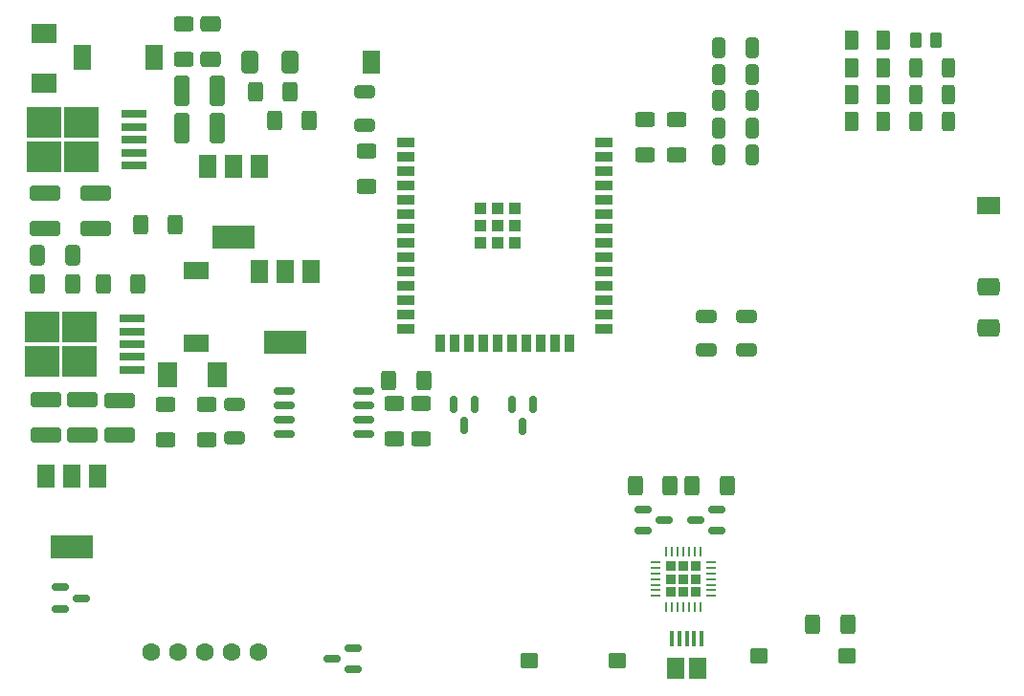
<source format=gbr>
%TF.GenerationSoftware,KiCad,Pcbnew,(6.0.10)*%
%TF.CreationDate,2023-04-25T21:53:47+02:00*%
%TF.ProjectId,sabvoton-controller,73616276-6f74-46f6-9e2d-636f6e74726f,rev?*%
%TF.SameCoordinates,Original*%
%TF.FileFunction,Paste,Top*%
%TF.FilePolarity,Positive*%
%FSLAX46Y46*%
G04 Gerber Fmt 4.6, Leading zero omitted, Abs format (unit mm)*
G04 Created by KiCad (PCBNEW (6.0.10)) date 2023-04-25 21:53:47*
%MOMM*%
%LPD*%
G01*
G04 APERTURE LIST*
G04 Aperture macros list*
%AMRoundRect*
0 Rectangle with rounded corners*
0 $1 Rounding radius*
0 $2 $3 $4 $5 $6 $7 $8 $9 X,Y pos of 4 corners*
0 Add a 4 corners polygon primitive as box body*
4,1,4,$2,$3,$4,$5,$6,$7,$8,$9,$2,$3,0*
0 Add four circle primitives for the rounded corners*
1,1,$1+$1,$2,$3*
1,1,$1+$1,$4,$5*
1,1,$1+$1,$6,$7*
1,1,$1+$1,$8,$9*
0 Add four rect primitives between the rounded corners*
20,1,$1+$1,$2,$3,$4,$5,0*
20,1,$1+$1,$4,$5,$6,$7,0*
20,1,$1+$1,$6,$7,$8,$9,0*
20,1,$1+$1,$8,$9,$2,$3,0*%
G04 Aperture macros list end*
%ADD10RoundRect,0.250000X0.375000X0.625000X-0.375000X0.625000X-0.375000X-0.625000X0.375000X-0.625000X0*%
%ADD11RoundRect,0.250000X-0.312500X-0.625000X0.312500X-0.625000X0.312500X0.625000X-0.312500X0.625000X0*%
%ADD12RoundRect,0.250000X-0.262500X-0.450000X0.262500X-0.450000X0.262500X0.450000X-0.262500X0.450000X0*%
%ADD13RoundRect,0.250000X-0.650000X0.325000X-0.650000X-0.325000X0.650000X-0.325000X0.650000X0.325000X0*%
%ADD14RoundRect,0.250000X0.650000X-0.325000X0.650000X0.325000X-0.650000X0.325000X-0.650000X-0.325000X0*%
%ADD15RoundRect,0.250000X-0.325000X-0.650000X0.325000X-0.650000X0.325000X0.650000X-0.325000X0.650000X0*%
%ADD16RoundRect,0.250000X0.625000X-0.400000X0.625000X0.400000X-0.625000X0.400000X-0.625000X-0.400000X0*%
%ADD17RoundRect,0.400000X0.600000X-0.400000X0.600000X0.400000X-0.600000X0.400000X-0.600000X-0.400000X0*%
%ADD18R,2.000000X1.600000*%
%ADD19C,1.600000*%
%ADD20RoundRect,0.150000X0.800000X0.150000X-0.800000X0.150000X-0.800000X-0.150000X0.800000X-0.150000X0*%
%ADD21R,1.500000X2.000000*%
%ADD22R,3.800000X2.000000*%
%ADD23RoundRect,0.250000X0.400000X0.625000X-0.400000X0.625000X-0.400000X-0.625000X0.400000X-0.625000X0*%
%ADD24RoundRect,0.150000X0.587500X0.150000X-0.587500X0.150000X-0.587500X-0.150000X0.587500X-0.150000X0*%
%ADD25RoundRect,0.150000X-0.150000X0.587500X-0.150000X-0.587500X0.150000X-0.587500X0.150000X0.587500X0*%
%ADD26RoundRect,0.150000X-0.587500X-0.150000X0.587500X-0.150000X0.587500X0.150000X-0.587500X0.150000X0*%
%ADD27RoundRect,0.400000X-0.400000X-0.600000X0.400000X-0.600000X0.400000X0.600000X-0.400000X0.600000X0*%
%ADD28R,1.600000X2.000000*%
%ADD29RoundRect,0.225000X0.225000X-0.225000X0.225000X0.225000X-0.225000X0.225000X-0.225000X-0.225000X0*%
%ADD30RoundRect,0.062500X0.062500X-0.337500X0.062500X0.337500X-0.062500X0.337500X-0.062500X-0.337500X0*%
%ADD31RoundRect,0.062500X0.337500X-0.062500X0.337500X0.062500X-0.337500X0.062500X-0.337500X-0.062500X0*%
%ADD32RoundRect,0.140000X0.610000X0.560000X-0.610000X0.560000X-0.610000X-0.560000X0.610000X-0.560000X0*%
%ADD33RoundRect,0.140000X-0.610000X-0.560000X0.610000X-0.560000X0.610000X0.560000X-0.610000X0.560000X0*%
%ADD34RoundRect,0.250000X-0.400000X-0.625000X0.400000X-0.625000X0.400000X0.625000X-0.400000X0.625000X0*%
%ADD35R,0.400000X1.350000*%
%ADD36R,1.500000X1.900000*%
%ADD37RoundRect,0.250000X1.100000X-0.412500X1.100000X0.412500X-1.100000X0.412500X-1.100000X-0.412500X0*%
%ADD38RoundRect,0.250000X0.412500X1.100000X-0.412500X1.100000X-0.412500X-1.100000X0.412500X-1.100000X0*%
%ADD39RoundRect,0.250000X0.412500X0.650000X-0.412500X0.650000X-0.412500X-0.650000X0.412500X-0.650000X0*%
%ADD40R,3.050000X2.750000*%
%ADD41R,2.200000X0.800000*%
%ADD42R,2.200000X1.500000*%
%ADD43RoundRect,0.250000X-0.650000X0.412500X-0.650000X-0.412500X0.650000X-0.412500X0.650000X0.412500X0*%
%ADD44R,1.500000X2.200000*%
%ADD45R,1.500000X0.900000*%
%ADD46R,0.900000X1.500000*%
%ADD47R,1.050000X1.050000*%
%ADD48R,2.200000X1.750000*%
%ADD49R,1.750000X2.200000*%
G04 APERTURE END LIST*
D10*
%TO.C,D5*%
X168120000Y-66070000D03*
X165320000Y-66070000D03*
%TD*%
%TO.C,D6*%
X168130000Y-63690000D03*
X165330000Y-63690000D03*
%TD*%
%TO.C,D4*%
X168120000Y-61300000D03*
X165320000Y-61300000D03*
%TD*%
%TO.C,D3*%
X168120000Y-58910000D03*
X165320000Y-58910000D03*
%TD*%
D11*
%TO.C,R_LED_4*%
X170937500Y-63690000D03*
X173862500Y-63690000D03*
%TD*%
%TO.C,R_LED_3*%
X170927500Y-66070000D03*
X173852500Y-66070000D03*
%TD*%
%TO.C,R_LED_2*%
X170957500Y-61310000D03*
X173882500Y-61310000D03*
%TD*%
D12*
%TO.C,R_LED_1*%
X170957500Y-58910000D03*
X172782500Y-58910000D03*
%TD*%
D13*
%TO.C,CSMALL13*%
X152440000Y-83375000D03*
X152440000Y-86325000D03*
%TD*%
%TO.C,CSMALL12*%
X155940000Y-83335000D03*
X155940000Y-86285000D03*
%TD*%
D14*
%TO.C,CSMALL11*%
X122190000Y-66435000D03*
X122190000Y-63485000D03*
%TD*%
D15*
%TO.C,CSMALL10*%
X153515000Y-69020000D03*
X156465000Y-69020000D03*
%TD*%
%TO.C,CSMALL9*%
X153545000Y-66640000D03*
X156495000Y-66640000D03*
%TD*%
%TO.C,CSMALL8*%
X153545000Y-64230000D03*
X156495000Y-64230000D03*
%TD*%
%TO.C,CSMALL7*%
X153545000Y-61900000D03*
X156495000Y-61900000D03*
%TD*%
%TO.C,CSMALL6*%
X153545000Y-59520000D03*
X156495000Y-59520000D03*
%TD*%
D16*
%TO.C,R10*%
X147000000Y-69030000D03*
X147000000Y-65930000D03*
%TD*%
%TO.C,R9*%
X149780000Y-69030000D03*
X149780000Y-65930000D03*
%TD*%
D17*
%TO.C,J4*%
X177430000Y-84330000D03*
X177430000Y-80730000D03*
D18*
X177430000Y-73530000D03*
%TD*%
D19*
%TO.C,J9*%
X103330000Y-113035000D03*
X105705000Y-113035000D03*
X108080000Y-113035000D03*
X110455000Y-113035000D03*
X112830000Y-113035000D03*
%TD*%
D20*
%TO.C,U7*%
X115110000Y-93785000D03*
X115110000Y-92515000D03*
X115110000Y-91245000D03*
X115110000Y-89975000D03*
X122110000Y-89975000D03*
X122110000Y-91245000D03*
X122110000Y-92515000D03*
X122110000Y-93785000D03*
%TD*%
D21*
%TO.C,U6*%
X98590000Y-97450000D03*
D22*
X96290000Y-103750000D03*
D21*
X96290000Y-97450000D03*
X93990000Y-97450000D03*
%TD*%
D23*
%TO.C,R15*%
X117310000Y-65980000D03*
X114210000Y-65980000D03*
%TD*%
%TO.C,R14*%
X115630000Y-63430000D03*
X112530000Y-63430000D03*
%TD*%
D16*
%TO.C,R11*%
X122350000Y-71800000D03*
X122350000Y-68700000D03*
%TD*%
%TO.C,R8*%
X124790000Y-94180000D03*
X124790000Y-91080000D03*
%TD*%
%TO.C,R7*%
X127180000Y-94180000D03*
X127180000Y-91080000D03*
%TD*%
D23*
%TO.C,R6*%
X127420000Y-88980000D03*
X124320000Y-88980000D03*
%TD*%
%TO.C,R5*%
X164960000Y-110600000D03*
X161860000Y-110600000D03*
%TD*%
D24*
%TO.C,Q4*%
X121207500Y-114590000D03*
X121207500Y-112690000D03*
X119332500Y-113640000D03*
%TD*%
D25*
%TO.C,Q3*%
X131950000Y-91092500D03*
X130050000Y-91092500D03*
X131000000Y-92967500D03*
%TD*%
%TO.C,Q2*%
X137130000Y-91172500D03*
X135230000Y-91172500D03*
X136180000Y-93047500D03*
%TD*%
D26*
%TO.C,Q1*%
X95242500Y-107340000D03*
X95242500Y-109240000D03*
X97117500Y-108290000D03*
%TD*%
D27*
%TO.C,J5*%
X112020000Y-60850000D03*
X115620000Y-60850000D03*
D28*
X122820000Y-60850000D03*
%TD*%
D29*
%TO.C,U8*%
X150400000Y-106600000D03*
X149280000Y-107720000D03*
X150400000Y-105480000D03*
X151520000Y-107720000D03*
X151520000Y-105480000D03*
X150400000Y-107720000D03*
X149280000Y-106600000D03*
X151520000Y-106600000D03*
X149280000Y-105480000D03*
D30*
X148900000Y-109050000D03*
X149400000Y-109050000D03*
X149900000Y-109050000D03*
X150400000Y-109050000D03*
X150900000Y-109050000D03*
X151400000Y-109050000D03*
X151900000Y-109050000D03*
D31*
X152850000Y-108100000D03*
X152850000Y-107600000D03*
X152850000Y-107100000D03*
X152850000Y-106600000D03*
X152850000Y-106100000D03*
X152850000Y-105600000D03*
X152850000Y-105100000D03*
D30*
X151900000Y-104150000D03*
X151400000Y-104150000D03*
X150900000Y-104150000D03*
X150400000Y-104150000D03*
X149900000Y-104150000D03*
X149400000Y-104150000D03*
X148900000Y-104150000D03*
D31*
X147950000Y-105100000D03*
X147950000Y-105600000D03*
X147950000Y-106100000D03*
X147950000Y-106600000D03*
X147950000Y-107100000D03*
X147950000Y-107600000D03*
X147950000Y-108100000D03*
%TD*%
D32*
%TO.C,SW2*%
X164900000Y-113400000D03*
X157100000Y-113400000D03*
%TD*%
D33*
%TO.C,SW1*%
X136720000Y-113830000D03*
X144520000Y-113830000D03*
%TD*%
D23*
%TO.C,R13*%
X149250000Y-98300000D03*
X146150000Y-98300000D03*
%TD*%
D34*
%TO.C,R12*%
X151150000Y-98300000D03*
X154250000Y-98300000D03*
%TD*%
D24*
%TO.C,Q6*%
X153337500Y-102350000D03*
X153337500Y-100450000D03*
X151462500Y-101400000D03*
%TD*%
D26*
%TO.C,Q5*%
X146862500Y-100450000D03*
X146862500Y-102350000D03*
X148737500Y-101400000D03*
%TD*%
D13*
%TO.C,CSMALL1*%
X110700000Y-91125000D03*
X110700000Y-94075000D03*
%TD*%
D35*
%TO.C,J8*%
X149400000Y-111837500D03*
X150050000Y-111837500D03*
X150700000Y-111837500D03*
X151350000Y-111837500D03*
X152000000Y-111837500D03*
D36*
X149700000Y-114537500D03*
X151700000Y-114537500D03*
%TD*%
D16*
%TO.C,RB2*%
X104600000Y-94250000D03*
X104600000Y-91150000D03*
%TD*%
D37*
%TO.C,COUT1*%
X98400000Y-75562500D03*
X98400000Y-72437500D03*
%TD*%
D38*
%TO.C,COUT2*%
X109162500Y-66700000D03*
X106037500Y-66700000D03*
%TD*%
D39*
%TO.C,CFF1*%
X96362500Y-77900000D03*
X93237500Y-77900000D03*
%TD*%
D40*
%TO.C,U2*%
X93625000Y-87325000D03*
X93625000Y-84275000D03*
X96975000Y-87325000D03*
X96975000Y-84275000D03*
D41*
X101600000Y-88080000D03*
X101600000Y-86940000D03*
X101600000Y-85800000D03*
X101600000Y-84660000D03*
X101600000Y-83520000D03*
%TD*%
D42*
%TO.C,L1*%
X107300000Y-85700000D03*
X107300000Y-79300000D03*
%TD*%
D21*
%TO.C,U5*%
X117500000Y-79350000D03*
D22*
X115200000Y-85650000D03*
D21*
X115200000Y-79350000D03*
X112900000Y-79350000D03*
%TD*%
D37*
%TO.C,CIN1*%
X94000000Y-93862500D03*
X94000000Y-90737500D03*
%TD*%
D43*
%TO.C,CFF2*%
X108600000Y-57437500D03*
X108600000Y-60562500D03*
%TD*%
D44*
%TO.C,L2*%
X97200000Y-60400000D03*
X103600000Y-60400000D03*
%TD*%
D45*
%TO.C,U1*%
X125870000Y-67950000D03*
X125870000Y-69220000D03*
X125870000Y-70490000D03*
X125870000Y-71760000D03*
X125870000Y-73030000D03*
X125870000Y-74300000D03*
X125870000Y-75570000D03*
X125870000Y-76840000D03*
X125870000Y-78110000D03*
X125870000Y-79380000D03*
X125870000Y-80650000D03*
X125870000Y-81920000D03*
X125870000Y-83190000D03*
X125870000Y-84460000D03*
D46*
X128910000Y-85710000D03*
X130180000Y-85710000D03*
X131450000Y-85710000D03*
X132720000Y-85710000D03*
X133990000Y-85710000D03*
X135260000Y-85710000D03*
X136530000Y-85710000D03*
X137800000Y-85710000D03*
X139070000Y-85710000D03*
X140340000Y-85710000D03*
D45*
X143370000Y-84460000D03*
X143370000Y-83190000D03*
X143370000Y-81920000D03*
X143370000Y-80650000D03*
X143370000Y-79380000D03*
X143370000Y-78110000D03*
X143370000Y-76840000D03*
X143370000Y-75570000D03*
X143370000Y-74300000D03*
X143370000Y-73030000D03*
X143370000Y-71760000D03*
X143370000Y-70490000D03*
X143370000Y-69220000D03*
X143370000Y-67950000D03*
D47*
X133940000Y-73765000D03*
X135465000Y-76815000D03*
X132415000Y-75290000D03*
X132415000Y-76815000D03*
X135465000Y-75290000D03*
X133940000Y-75290000D03*
X133940000Y-76815000D03*
X132415000Y-73765000D03*
X135465000Y-73765000D03*
%TD*%
D34*
%TO.C,R1*%
X93250000Y-80500000D03*
X96350000Y-80500000D03*
%TD*%
%TO.C,R4*%
X102350000Y-75200000D03*
X105450000Y-75200000D03*
%TD*%
D37*
%TO.C,COUT3*%
X93900000Y-75562500D03*
X93900000Y-72437500D03*
%TD*%
D40*
%TO.C,U3*%
X97175000Y-66175000D03*
X97175000Y-69225000D03*
X93825000Y-66175000D03*
X93825000Y-69225000D03*
D41*
X101800000Y-69980000D03*
X101800000Y-68840000D03*
X101800000Y-67700000D03*
X101800000Y-66560000D03*
X101800000Y-65420000D03*
%TD*%
D16*
%TO.C,RB1*%
X108200000Y-94250000D03*
X108200000Y-91150000D03*
%TD*%
D21*
%TO.C,U4*%
X112900000Y-70050000D03*
X110600000Y-70050000D03*
D22*
X110600000Y-76350000D03*
D21*
X108300000Y-70050000D03*
%TD*%
D34*
%TO.C,R2*%
X99050000Y-80500000D03*
X102150000Y-80500000D03*
%TD*%
D48*
%TO.C,D2*%
X93800000Y-62700000D03*
X93800000Y-58300000D03*
%TD*%
D37*
%TO.C,CIN3*%
X100520000Y-93882500D03*
X100520000Y-90757500D03*
%TD*%
D38*
%TO.C,COUT4*%
X109162500Y-63400000D03*
X106037500Y-63400000D03*
%TD*%
D16*
%TO.C,R3*%
X106200000Y-60550000D03*
X106200000Y-57450000D03*
%TD*%
D49*
%TO.C,D1*%
X104800000Y-88500000D03*
X109200000Y-88500000D03*
%TD*%
D37*
%TO.C,CIN2*%
X97260000Y-93872500D03*
X97260000Y-90747500D03*
%TD*%
M02*

</source>
